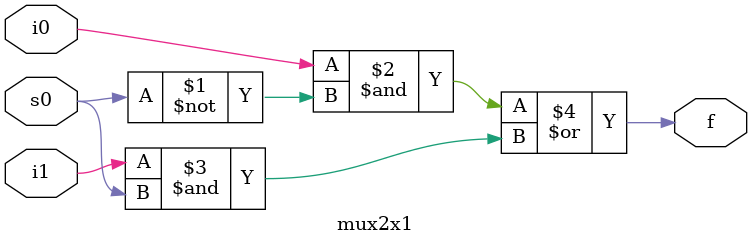
<source format=v>

module mux2x1 (i0, i1, s0, f);
	input i0, i1, s0;
	output f;
	
	//Funcionamento do circuito com expressão lógica
	/*
	
s ->	0 = i0
s ->	1 = i1
	
	*/
	assign f = i0&(~s0) | i1&s0;

endmodule

</source>
